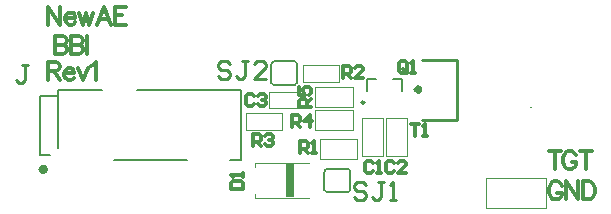
<source format=gto>
G04*
G04 #@! TF.GenerationSoftware,Altium Limited,Altium Designer,21.9.1 (22)*
G04*
G04 Layer_Color=65535*
%FSLAX25Y25*%
%MOIN*%
G70*
G04*
G04 #@! TF.SameCoordinates,F23F8E4B-2793-4E4E-BA0B-7ABB5D69BE03*
G04*
G04*
G04 #@! TF.FilePolarity,Positive*
G04*
G01*
G75*
%ADD10C,0.01575*%
%ADD11C,0.00787*%
%ADD12C,0.00984*%
%ADD13C,0.00394*%
%ADD14C,0.00500*%
%ADD15C,0.01000*%
%ADD16C,0.01200*%
%ADD17R,0.02500X0.11654*%
D10*
X103150Y121063D02*
G03*
X103150Y121063I-787J0D01*
G01*
X227959Y147638D02*
G03*
X227959Y147638I-707J0D01*
G01*
D11*
X265039Y141732D02*
G03*
X265039Y141732I-197J0D01*
G01*
X204678Y120472D02*
G03*
X203890Y121260I-787J0D01*
G01*
Y113386D02*
G03*
X204678Y114173I0J787D01*
G01*
X196016D02*
G03*
X196803Y113386I787J0D01*
G01*
X197197Y121260D02*
G03*
X196016Y120079I0J-1181D01*
G01*
X187008Y156299D02*
G03*
X186221Y157087I-787J0D01*
G01*
Y149213D02*
G03*
X187008Y150000I0J787D01*
G01*
X178347D02*
G03*
X179134Y149213I787J0D01*
G01*
X179528Y157087D02*
G03*
X178347Y155905I0J-1181D01*
G01*
X210236Y147244D02*
Y151181D01*
X213287D01*
X222047Y147244D02*
Y151181D01*
X218996D02*
X222047D01*
X197197Y121260D02*
X203890D01*
X204678Y114173D02*
Y120472D01*
X196803Y113386D02*
X203890D01*
X196016Y114173D02*
Y120079D01*
X179528Y157087D02*
X186221D01*
X187008Y150000D02*
Y156299D01*
X179134Y149213D02*
X186221D01*
X178347Y150000D02*
Y155905D01*
D12*
X209449Y143307D02*
G03*
X209449Y143307I-492J0D01*
G01*
D13*
X216535Y125591D02*
X223622D01*
X216535Y138189D02*
X223622D01*
X216535Y125591D02*
Y138189D01*
X223622Y125591D02*
Y138189D01*
X249843Y108071D02*
X269843D01*
X249843D02*
Y118071D01*
X269843D01*
Y108071D02*
Y118071D01*
X192913Y141929D02*
Y148622D01*
X205512Y141929D02*
Y148622D01*
X192913D02*
X205512D01*
X192913Y141929D02*
X205512D01*
X192913Y134055D02*
Y140748D01*
X205512Y134055D02*
Y140748D01*
X192913D02*
X205512D01*
X192913Y134055D02*
X205512D01*
X189094Y150244D02*
Y155756D01*
X200905Y150244D02*
Y155756D01*
X189094D02*
X200905D01*
X189094Y150244D02*
X200905D01*
X177559Y141339D02*
Y146850D01*
X187795Y141339D02*
Y146850D01*
X177559Y141339D02*
X187795D01*
X177559Y146850D02*
X187795D01*
X170079Y134252D02*
Y139764D01*
X181890Y134252D02*
Y139764D01*
X170079D02*
X181890D01*
X170079Y134252D02*
X181890D01*
X172835Y121850D02*
Y123228D01*
Y111417D02*
Y112795D01*
Y123228D02*
X190945D01*
X172835Y111417D02*
X190945D01*
X194488Y124606D02*
Y131299D01*
X207087Y124606D02*
Y131299D01*
X194488D02*
X207087D01*
X194488Y124606D02*
X207087D01*
X215748Y125591D02*
Y138189D01*
X208661Y125591D02*
Y138189D01*
X215748D01*
X208661Y125591D02*
X215748D01*
D14*
X168307Y124016D02*
Y147638D01*
X133661D02*
X168307D01*
X164567Y124016D02*
X168307D01*
X125787D02*
X150197D01*
X101378Y125984D02*
X104528D01*
X101378D02*
Y145669D01*
X107283D01*
Y128150D02*
Y145669D01*
Y147638D01*
X121850D01*
D15*
X228752Y157638D02*
X240252D01*
Y137638D02*
Y157638D01*
X228752Y137638D02*
X240252D01*
X97299Y155998D02*
X95299D01*
X96299D01*
Y151000D01*
X95299Y150000D01*
X94300D01*
X93300Y151000D01*
X164557Y156149D02*
X163557Y157149D01*
X161558D01*
X160558Y156149D01*
Y155149D01*
X161558Y154150D01*
X163557D01*
X164557Y153150D01*
Y152150D01*
X163557Y151151D01*
X161558D01*
X160558Y152150D01*
X170555Y157149D02*
X168555D01*
X169555D01*
Y152150D01*
X168555Y151151D01*
X167556D01*
X166556Y152150D01*
X176553Y151151D02*
X172554D01*
X176553Y155149D01*
Y156149D01*
X175553Y157149D01*
X173554D01*
X172554Y156149D01*
X209993Y115779D02*
X208993Y116779D01*
X206994D01*
X205994Y115779D01*
Y114779D01*
X206994Y113779D01*
X208993D01*
X209993Y112780D01*
Y111780D01*
X208993Y110781D01*
X206994D01*
X205994Y111780D01*
X215991Y116779D02*
X213992D01*
X214991D01*
Y111780D01*
X213992Y110781D01*
X212992D01*
X211993Y111780D01*
X217990Y110781D02*
X219990D01*
X218990D01*
Y116779D01*
X217990Y115779D01*
D16*
X272885Y127120D02*
Y121121D01*
X270885Y127120D02*
X274884D01*
X279883Y125691D02*
X279597Y126263D01*
X279026Y126834D01*
X278455Y127120D01*
X277312D01*
X276741Y126834D01*
X276170Y126263D01*
X275884Y125691D01*
X275598Y124835D01*
Y123406D01*
X275884Y122549D01*
X276170Y121978D01*
X276741Y121407D01*
X277312Y121121D01*
X278455D01*
X279026Y121407D01*
X279597Y121978D01*
X279883Y122549D01*
Y123406D01*
X278455D02*
X279883D01*
X283254Y127120D02*
Y121121D01*
X281254Y127120D02*
X285253D01*
X275170Y115613D02*
X274884Y116184D01*
X274313Y116756D01*
X273742Y117041D01*
X272599D01*
X272028Y116756D01*
X271456Y116184D01*
X271171Y115613D01*
X270885Y114756D01*
Y113328D01*
X271171Y112471D01*
X271456Y111899D01*
X272028Y111328D01*
X272599Y111042D01*
X273742D01*
X274313Y111328D01*
X274884Y111899D01*
X275170Y112471D01*
Y113328D01*
X273742D02*
X275170D01*
X276541Y117041D02*
Y111042D01*
Y117041D02*
X280540Y111042D01*
Y117041D02*
Y111042D01*
X282197Y117041D02*
Y111042D01*
Y117041D02*
X284196D01*
X285053Y116756D01*
X285625Y116184D01*
X285910Y115613D01*
X286196Y114756D01*
Y113328D01*
X285910Y112471D01*
X285625Y111899D01*
X285053Y111328D01*
X284196Y111042D01*
X282197D01*
X103956Y156805D02*
Y150806D01*
Y156805D02*
X106527D01*
X107384Y156519D01*
X107669Y156234D01*
X107955Y155662D01*
Y155091D01*
X107669Y154520D01*
X107384Y154234D01*
X106527Y153948D01*
X103956D01*
X105956D02*
X107955Y150806D01*
X109298Y153092D02*
X112725D01*
Y153663D01*
X112440Y154234D01*
X112154Y154520D01*
X111583Y154805D01*
X110726D01*
X110155Y154520D01*
X109583Y153948D01*
X109298Y153092D01*
Y152520D01*
X109583Y151663D01*
X110155Y151092D01*
X110726Y150806D01*
X111583D01*
X112154Y151092D01*
X112725Y151663D01*
X114011Y154805D02*
X115725Y150806D01*
X117439Y154805D02*
X115725Y150806D01*
X118410Y155662D02*
X118981Y155948D01*
X119838Y156805D01*
Y150806D01*
X103956Y175309D02*
Y169310D01*
Y175309D02*
X107955Y169310D01*
Y175309D02*
Y169310D01*
X109612Y171596D02*
X113040D01*
Y172167D01*
X112754Y172738D01*
X112468Y173024D01*
X111897Y173309D01*
X111040D01*
X110469Y173024D01*
X109897Y172452D01*
X109612Y171596D01*
Y171024D01*
X109897Y170167D01*
X110469Y169596D01*
X111040Y169310D01*
X111897D01*
X112468Y169596D01*
X113040Y170167D01*
X114325Y173309D02*
X115468Y169310D01*
X116610Y173309D02*
X115468Y169310D01*
X116610Y173309D02*
X117753Y169310D01*
X118896Y173309D02*
X117753Y169310D01*
X124866D02*
X122581Y175309D01*
X120295Y169310D01*
X121152Y171310D02*
X124009D01*
X129979Y175309D02*
X126265D01*
Y169310D01*
X129979D01*
X126265Y172452D02*
X128551D01*
X106318Y165466D02*
Y159468D01*
Y165466D02*
X108889D01*
X109746Y165181D01*
X110032Y164895D01*
X110317Y164324D01*
Y163752D01*
X110032Y163181D01*
X109746Y162896D01*
X108889Y162610D01*
X106318D02*
X108889D01*
X109746Y162324D01*
X110032Y162039D01*
X110317Y161467D01*
Y160610D01*
X110032Y160039D01*
X109746Y159753D01*
X108889Y159468D01*
X106318D01*
X111660Y165466D02*
Y159468D01*
Y165466D02*
X114231D01*
X115088Y165181D01*
X115373Y164895D01*
X115659Y164324D01*
Y163752D01*
X115373Y163181D01*
X115088Y162896D01*
X114231Y162610D01*
X111660D02*
X114231D01*
X115088Y162324D01*
X115373Y162039D01*
X115659Y161467D01*
Y160610D01*
X115373Y160039D01*
X115088Y159753D01*
X114231Y159468D01*
X111660D01*
X117001Y165466D02*
Y159468D01*
X219412Y123223D02*
X218746Y123889D01*
X217413D01*
X216746Y123223D01*
Y120557D01*
X217413Y119890D01*
X218746D01*
X219412Y120557D01*
X223411Y119890D02*
X220745D01*
X223411Y122556D01*
Y123223D01*
X222744Y123889D01*
X221412D01*
X220745Y123223D01*
X224893Y136251D02*
X227559D01*
X226226D01*
Y132253D01*
X228892D02*
X230225D01*
X229558D01*
Y136251D01*
X228892Y135585D01*
X191775Y141943D02*
X187776D01*
Y143943D01*
X188443Y144609D01*
X189776D01*
X190442Y143943D01*
Y141943D01*
Y143276D02*
X191775Y144609D01*
X187776Y148608D02*
Y145942D01*
X189776D01*
X189109Y147275D01*
Y147941D01*
X189776Y148608D01*
X191109D01*
X191775Y147941D01*
Y146608D01*
X191109Y145942D01*
X185250Y135009D02*
Y139007D01*
X187250D01*
X187916Y138341D01*
Y137008D01*
X187250Y136341D01*
X185250D01*
X186583D02*
X187916Y135009D01*
X191249D02*
Y139007D01*
X189249Y137008D01*
X191915D01*
X172258Y128709D02*
Y132708D01*
X174258D01*
X174924Y132042D01*
Y130709D01*
X174258Y130042D01*
X172258D01*
X173591D02*
X174924Y128709D01*
X176257Y132042D02*
X176924Y132708D01*
X178256D01*
X178923Y132042D01*
Y131375D01*
X178256Y130709D01*
X177590D01*
X178256D01*
X178923Y130042D01*
Y129376D01*
X178256Y128709D01*
X176924D01*
X176257Y129376D01*
X202168Y151501D02*
Y155499D01*
X204167D01*
X204834Y154833D01*
Y153500D01*
X204167Y152833D01*
X202168D01*
X203501D02*
X204834Y151501D01*
X208832D02*
X206167D01*
X208832Y154166D01*
Y154833D01*
X208166Y155499D01*
X206833D01*
X206167Y154833D01*
X187885Y126347D02*
Y130346D01*
X189885D01*
X190551Y129679D01*
Y128347D01*
X189885Y127680D01*
X187885D01*
X189218D02*
X190551Y126347D01*
X191884D02*
X193217D01*
X192551D01*
Y130346D01*
X191884Y129679D01*
X223622Y153785D02*
Y156451D01*
X222956Y157117D01*
X221623D01*
X220956Y156451D01*
Y153785D01*
X221623Y153119D01*
X222956D01*
X222289Y154452D02*
X223622Y153119D01*
X222956D02*
X223622Y153785D01*
X224955Y153119D02*
X226288D01*
X225621D01*
Y157117D01*
X224955Y156451D01*
X164930Y114657D02*
X168929D01*
Y116656D01*
X168262Y117323D01*
X165596D01*
X164930Y116656D01*
Y114657D01*
X168929Y118656D02*
Y119989D01*
Y119322D01*
X164930D01*
X165596Y118656D01*
X172562Y145427D02*
X171896Y146094D01*
X170563D01*
X169896Y145427D01*
Y142762D01*
X170563Y142095D01*
X171896D01*
X172562Y142762D01*
X173895Y145427D02*
X174561Y146094D01*
X175894D01*
X176561Y145427D01*
Y144761D01*
X175894Y144095D01*
X175228D01*
X175894D01*
X176561Y143428D01*
Y142762D01*
X175894Y142095D01*
X174561D01*
X173895Y142762D01*
X212205Y123223D02*
X211538Y123889D01*
X210205D01*
X209539Y123223D01*
Y120557D01*
X210205Y119890D01*
X211538D01*
X212205Y120557D01*
X213538Y119890D02*
X214871D01*
X214204D01*
Y123889D01*
X213538Y123223D01*
D17*
X184640Y117402D02*
D03*
M02*

</source>
